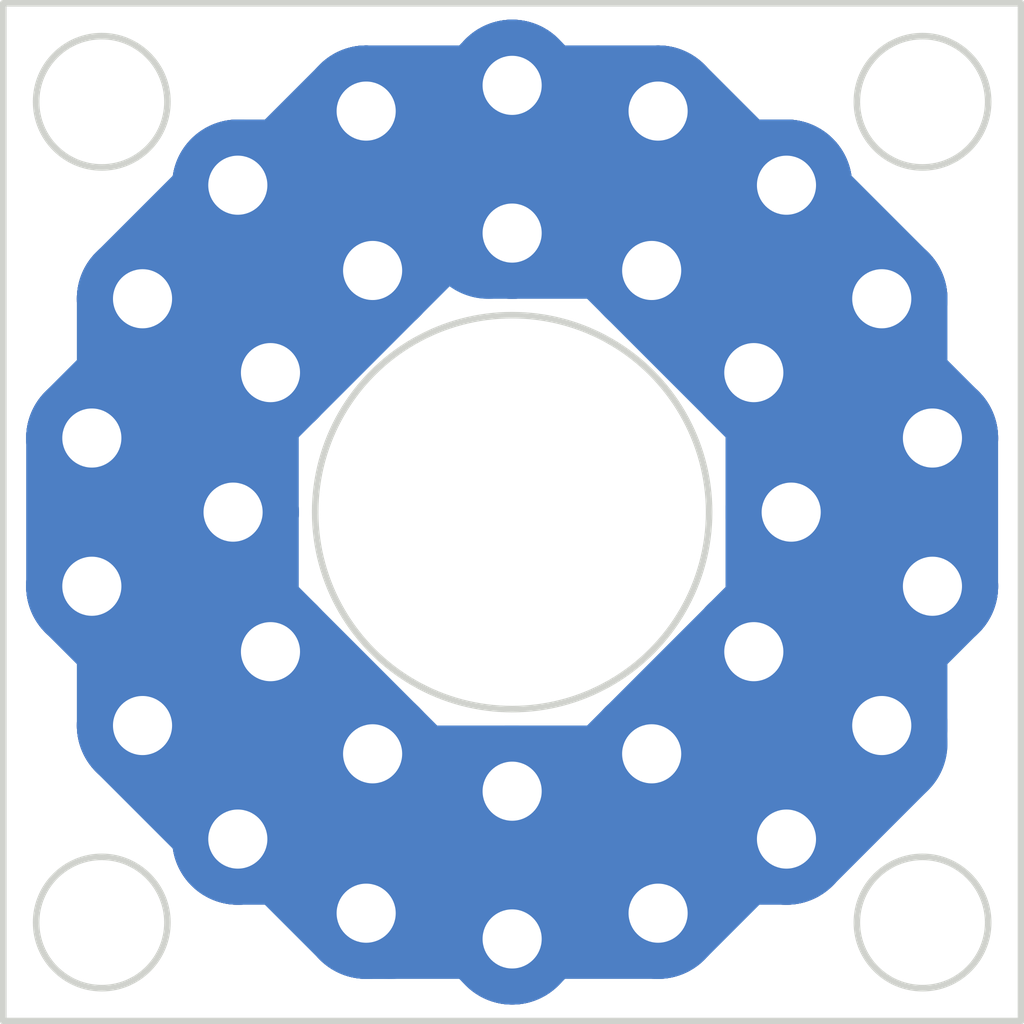
<source format=kicad_pcb>
(kicad_pcb (version 20211014) (generator pcbnew)
  (layers (0 "F.Cu" signal) (31 "B.Cu" signal) (34 "B.Paste" user) (35 "F.Paste" user) (36 "B.SilkS" user "B.Silkscreen") (37 "F.SilkS" user "F.Silkscreen") (38 "B.Mask" user) (39 "F.Mask" user) (44 "Edge.Cuts" user))
  (net 0 "")
  (net 1 "Net-(J1-Pad1)")
  (footprint "1024_dry_electrodes:CPA_18" (layer "F.Cu") (at 0 0)
    (fp_text reference "J2" hide)
    (fp_text value "Conn_01x18" hide)
    (pad "1" thru_hole oval (at 0 -6.5) (size 2 2) (drill 0.9) (layers *.Cu *.Mask) (net 1 "Net-(J1-Pad1)"))
    (pad "2" thru_hole oval (at 2.22313 -6.108002) (size 2 2) (drill 0.9) (layers *.Cu *.Mask) (net 1 "Net-(J1-Pad1)"))
    (pad "3" thru_hole oval (at 4.178119 -4.979288) (size 2 2) (drill 0.9) (layers *.Cu *.Mask) (net 1 "Net-(J1-Pad1)"))
    (pad "4" thru_hole oval (at 5.629165 -3.25) (size 2 2) (drill 0.9) (layers *.Cu *.Mask) (net 1 "Net-(J1-Pad1)"))
    (pad "5" thru_hole oval (at 6.40125 -1.128713) (size 2 2) (drill 0.9) (layers *.Cu *.Mask) (net 1 "Net-(J1-Pad1)"))
    (pad "6" thru_hole oval (at 6.40125 1.128713) (size 2 2) (drill 0.9) (layers *.Cu *.Mask) (net 1 "Net-(J1-Pad1)"))
    (pad "7" thru_hole oval (at 5.629165 3.249999) (size 2 2) (drill 0.9) (layers *.Cu *.Mask) (net 1 "Net-(J1-Pad1)"))
    (pad "8" thru_hole oval (at 4.178119 4.979288) (size 2 2) (drill 0.9) (layers *.Cu *.Mask) (net 1 "Net-(J1-Pad1)"))
    (pad "9" thru_hole oval (at 2.22313 6.108002) (size 2 2) (drill 0.9) (layers *.Cu *.Mask) (net 1 "Net-(J1-Pad1)"))
    (pad "10" thru_hole oval (at 0 6.5) (size 2 2) (drill 0.9) (layers *.Cu *.Mask) (net 1 "Net-(J1-Pad1)"))
    (pad "11" thru_hole oval (at -2.22313 6.108002) (size 2 2) (drill 0.9) (layers *.Cu *.Mask) (net 1 "Net-(J1-Pad1)"))
    (pad "12" thru_hole oval (at -4.178119 4.979288) (size 2 2) (drill 0.9) (layers *.Cu *.Mask) (net 1 "Net-(J1-Pad1)"))
    (pad "13" thru_hole oval (at -5.629165 3.25) (size 2 2) (drill 0.9) (layers *.Cu *.Mask) (net 1 "Net-(J1-Pad1)"))
    (pad "14" thru_hole oval (at -6.40125 1.128713) (size 2 2) (drill 0.9) (layers *.Cu *.Mask) (net 1 "Net-(J1-Pad1)"))
    (pad "15" thru_hole oval (at -6.40125 -1.128713) (size 2 2) (drill 0.9) (layers *.Cu *.Mask) (net 1 "Net-(J1-Pad1)"))
    (pad "16" thru_hole oval (at -5.629165 -3.25) (size 2 2) (drill 0.9) (layers *.Cu *.Mask) (net 1 "Net-(J1-Pad1)"))
    (pad "17" thru_hole oval (at -4.178119 -4.979288) (size 2 2) (drill 0.9) (layers *.Cu *.Mask) (net 1 "Net-(J1-Pad1)"))
    (pad "18" thru_hole oval (at -2.22313 -6.108002) (size 2 2) (drill 0.9) (layers *.Cu *.Mask) (net 1 "Net-(J1-Pad1)"))
  )
  (footprint "1024_dry_electrodes:CPA_12" (layer "F.Cu") (at 0 0)
    (fp_text reference "J1" hide)
    (fp_text value "Conn_01x12" hide)
    (pad "1" thru_hole oval (at 0 -4.25) (size 2 2) (drill 0.9) (layers *.Cu *.Mask) (net 1 "Net-(J1-Pad1)"))
    (pad "2" thru_hole oval (at 2.124999 -3.680607) (size 2 2) (drill 0.9) (layers *.Cu *.Mask) (net 1 "Net-(J1-Pad1)"))
    (pad "3" thru_hole oval (at 3.680607 -2.125) (size 2 2) (drill 0.9) (layers *.Cu *.Mask) (net 1 "Net-(J1-Pad1)"))
    (pad "4" thru_hole oval (at 4.25 0) (size 2 2) (drill 0.9) (layers *.Cu *.Mask) (net 1 "Net-(J1-Pad1)"))
    (pad "5" thru_hole oval (at 3.680607 2.124999) (size 2 2) (drill 0.9) (layers *.Cu *.Mask) (net 1 "Net-(J1-Pad1)"))
    (pad "6" thru_hole oval (at 2.124999 3.680607) (size 2 2) (drill 0.9) (layers *.Cu *.Mask) (net 1 "Net-(J1-Pad1)"))
    (pad "7" thru_hole oval (at 0 4.25) (size 2 2) (drill 0.9) (layers *.Cu *.Mask) (net 1 "Net-(J1-Pad1)"))
    (pad "8" thru_hole oval (at -2.125 3.680607) (size 2 2) (drill 0.9) (layers *.Cu *.Mask) (net 1 "Net-(J1-Pad1)"))
    (pad "9" thru_hole oval (at -3.680607 2.125) (size 2 2) (drill 0.9) (layers *.Cu *.Mask) (net 1 "Net-(J1-Pad1)"))
    (pad "10" thru_hole oval (at -4.25 0) (size 2 2) (drill 0.9) (layers *.Cu *.Mask) (net 1 "Net-(J1-Pad1)"))
    (pad "11" thru_hole oval (at -3.680607 -2.125) (size 2 2) (drill 0.9) (layers *.Cu *.Mask) (net 1 "Net-(J1-Pad1)"))
    (pad "12" thru_hole oval (at -2.125 -3.680607) (size 2 2) (drill 0.9) (layers *.Cu *.Mask) (net 1 "Net-(J1-Pad1)"))
  )
  (gr_circle (center -6.25 -6.25) (end -5.25 -6.25) (layer "Edge.Cuts") (width 0.1) (fill none))
  (gr_circle (center 6.25 6.25) (end 7.25 6.25) (layer "Edge.Cuts") (width 0.1) (fill none))
  (gr_circle (center 6.25 -6.25) (end 7.25 -6.25) (layer "Edge.Cuts") (width 0.1) (fill none))
  (gr_rect (start 7.75 7.75) (end -7.75 -7.75) (layer "Edge.Cuts") (width 0.1) (fill none))
  (gr_circle (center 0 0) (end 3 0) (layer "Edge.Cuts") (width 0.1) (fill none))
  (gr_circle (center -6.25 6.25) (end -5.25 6.25) (layer "Edge.Cuts") (width 0.1) (fill none))
  (segment (start 0 6.5) (end 0 4.25) (width 2) (layer "B.Cu") (net 1))
  (segment (start -2.125 6.009872) (end -2.22313 6.108002) (width 2) (layer "B.Cu") (net 1))
  (segment (start -4.178119 4.979288) (end -4.178119 4.701046) (width 2) (layer "B.Cu") (net 1))
  (segment (start -3.680607 2.125) (end -3.680607 4.481776) (width 2) (layer "B.Cu") (net 1))
  (segment (start -4.25 0) (end -5.272537 0) (width 2) (layer "B.Cu") (net 1))
  (segment (start 4.25 0) (end 5.272537 0) (width 2) (layer "B.Cu") (net 1))
  (segment (start 6.40125 -1.128713) (end 4.676894 -1.128713) (width 2) (layer "B.Cu") (net 1))
  (segment (start 4.178119 -2.622512) (end 3.680607 -2.125) (width 2) (layer "B.Cu") (net 1))
  (segment (start -4.805607 -3.25) (end -3.680607 -2.125) (width 2) (layer "B.Cu") (net 1))
  (segment (start -6.40125 1.128713) (end -4.676894 1.128713) (width 2) (layer "B.Cu") (net 1))
  (segment (start -3.680607 2.125) (end -4.504165 2.125) (width 2) (layer "B.Cu") (net 1))
  (segment (start -1.555607 4.25) (end -2.125 3.680607) (width 2) (layer "B.Cu") (net 1))
  (segment (start -2.22313 6.108002) (end -3.351844 4.979288) (width 2) (layer "B.Cu") (net 1))
  (segment (start -5.629165 3.25) (end -5.629165 1.900798) (width 2) (layer "B.Cu") (net 1))
  (segment (start 2.22313 6.108002) (end 0.391998 6.108002) (width 2) (layer "B.Cu") (net 1))
  (segment (start 6.40125 1.128713) (end 4.676893 1.128713) (width 2) (layer "B.Cu") (net 1))
  (segment (start 4.25 -1.555607) (end 4.25 0) (width 2) (layer "B.Cu") (net 1))
  (segment (start -3.351844 4.979288) (end -3.423681 4.979288) (width 2) (layer "B.Cu") (net 1))
  (segment (start 4.25 1.555606) (end 3.680607 2.124999) (width 2) (layer "B.Cu") (net 1))
  (segment (start 2.22313 3.778738) (end 2.124999 3.680607) (width 2) (layer "B.Cu") (net 1))
  (segment (start 0.391998 -6.108002) (end 0 -6.5) (width 2) (layer "B.Cu") (net 1))
  (segment (start 0 4.25) (end -1.555607 4.25) (width 2) (layer "B.Cu") (net 1))
  (segment (start 3.680607 2.124999) (end 2.124999 3.680607) (width 2) (layer "B.Cu") (net 1))
  (segment (start -0.391998 -6.108002) (end 0 -6.5) (width 2) (layer "B.Cu") (net 1))
  (segment (start -6.40125 -1.128713) (end -5.378713 -1.128713) (width 2) (layer "B.Cu") (net 1))
  (segment (start 5.629165 3.528242) (end 4.178119 4.979288) (width 2) (layer "B.Cu") (net 1))
  (segment (start 4.178119 -4.979288) (end 3.42368 -4.979288) (width 2) (layer "B.Cu") (net 1))
  (segment (start -2.22313 -3.778737) (end -2.125 -3.680607) (width 2) (layer "B.Cu") (net 1))
  (segment (start -4.25 1.555607) (end -3.680607 2.125) (width 2) (layer "B.Cu") (net 1))
  (segment (start -2.22313 -6.108002) (end -0.391998 -6.108002) (width 2) (layer "B.Cu") (net 1))
  (segment (start 5.629165 -1.900798) (end 6.40125 -1.128713) (width 2) (layer "B.Cu") (net 1))
  (segment (start -5.272537 0) (end -6.40125 1.128713) (width 2) (layer "B.Cu") (net 1))
  (segment (start -2.879438 -3.680607) (end -4.178119 -4.979288) (width 2) (layer "B.Cu") (net 1))
  (segment (start 5.629165 -3.25) (end 5.629165 -1.900798) (width 2) (layer "B.Cu") (net 1))
  (segment (start -3.423681 4.979288) (end -2.125 3.680607) (width 2) (layer "B.Cu") (net 1))
  (segment (start 4.178119 -4.701046) (end 5.629165 -3.25) (width 2) (layer "B.Cu") (net 1))
  (segment (start 0 -4.25) (end -0.365128 -4.25) (width 2) (layer "B.Cu") (net 1))
  (segment (start -5.404963 -2.125) (end -6.40125 -1.128713) (width 2) (layer "B.Cu") (net 1))
  (segment (start 4.178119 4.979288) (end 4.178119 2.622511) (width 2) (layer "B.Cu") (net 1))
  (segment (start 0 -6.5) (end 0 -4.25) (width 2) (layer "B.Cu") (net 1))
  (segment (start 5.272537 0) (end 6.40125 1.128713) (width 2) (layer "B.Cu") (net 1))
  (segment (start 1.555606 4.25) (end 2.124999 3.680607) (width 2) (layer "B.Cu") (net 1))
  (segment (start 0 4.25) (end 1.555606 4.25) (width 2) (layer "B.Cu") (net 1))
  (segment (start -5.629165 -3.25) (end -4.805607 -3.25) (width 2) (layer "B.Cu") (net 1))
  (segment (start -2.22313 -6.108002) (end -2.22313 -3.778737) (width 2) (layer "B.Cu") (net 1))
  (segment (start -6.40125 -1.128713) (end -5.629165 -1.900798) (width 2) (layer "B.Cu") (net 1))
  (segment (start 6.40125 1.128713) (end 5.629165 1.900798) (width 2) (layer "B.Cu") (net 1))
  (segment (start 0 -4.25) (end 1.555606 -4.25) (width 2) (layer "B.Cu") (net 1))
  (segment (start 3.351844 -4.979288) (end 4.178119 -4.979288) (width 2) (layer "B.Cu") (net 1))
  (segment (start -5.629165 -1.900798) (end -5.629165 -3.25) (width 2) (layer "B.Cu") (net 1))
  (segment (start 2.22313 -6.108002) (end 2.22313 -3.778738) (width 2) (layer "B.Cu") (net 1))
  (segment (start 0.391998 6.108002) (end 0 6.5) (width 2) (layer "B.Cu") (net 1))
  (segment (start -4.25 0) (end -4.25 -1.555607) (width 2) (layer "B.Cu") (net 1))
  (segment (start -3.680607 -2.125) (end -5.404963 -2.125) (width 2) (layer "B.Cu") (net 1))
  (segment (start -3.351844 -4.979288) (end -2.22313 -6.108002) (width 2) (layer "B.Cu") (net 1))
  (segment (start 4.178119 -4.979288) (end 4.178119 -4.701046) (width 2) (layer "B.Cu") (net 1))
  (segment (start -0.365128 -4.25) (end -2.22313 -6.108002) (width 2) (layer "B.Cu") (net 1))
  (segment (start 0 -5.805607) (end -2.125 -3.680607) (width 2) (layer "B.Cu") (net 1))
  (segment (start 4.178119 4.979288) (end 3.351844 4.979288) (width 2) (layer "B.Cu") (net 1))
  (segment (start 0 -6.5) (end 0 -5.805607) (width 2) (layer "B.Cu") (net 1))
  (segment (start 2.22313 -6.108002) (end 0.391998 -6.108002) (width 2) (layer "B.Cu") (net 1))
  (segment (start 3.680607 2.124999) (end 4.504165 2.124999) (width 2) (layer "B.Cu") (net 1))
  (segment (start 5.629165 3.249999) (end 5.629165 3.528242) (width 2) (layer "B.Cu") (net 1))
  (segment (start -1.858002 6.108002) (end 0 4.25) (width 2) (layer "B.Cu") (net 1))
  (segment (start -4.25 -1.555607) (end -3.680607 -2.125) (width 2) (layer "B.Cu") (net 1))
  (segment (start -6.40125 1.128713) (end -6.40125 -1.128713) (width 2) (layer "B.Cu") (net 1))
  (segment (start -4.178119 -4.701046) (end -5.629165 -3.25) (width 2) (layer "B.Cu") (net 1))
  (segment (start 3.680607 -2.125) (end 4.504165 -2.125) (width 2) (layer "B.Cu") (net 1))
  (segment (start 6.40125 -1.128713) (end 6.40125 1.128713) (width 2) (layer "B.Cu") (net 1))
  (segment (start 2.124999 -3.680607) (end 3.680607 -2.125) (width 2) (layer "B.Cu") (net 1))
  (segment (start 3.680607 -2.125) (end 4.25 -1.555607) (width 2) (layer "B.Cu") (net 1))
  (segment (start 4.178119 -4.979288) (end 4.178119 -2.622512) (width 2) (layer "B.Cu") (net 1))
  (segment (start -2.22313 6.108002) (end -1.858002 6.108002) (width 2) (layer "B.Cu") (net 1))
  (segment (start -2.125 3.680607) (end -3.680607 2.125) (width 2) (layer "B.Cu") (net 1))
  (segment (start 3.351844 4.979288) (end 2.22313 6.108002) (width 2) (layer "B.Cu") (net 1))
  (segment (start -2.22313 6.108002) (end -0.391998 6.108002) (width 2) (layer "B.Cu") (net 1))
  (segment (start 4.178119 2.622511) (end 3.680607 2.124999) (width 2) (layer "B.Cu") (net 1))
  (segment (start -4.178119 -4.979288) (end -4.178119 -4.701046) (width 2) (layer "B.Cu") (net 1))
  (segment (start -3.680607 -2.125) (end -2.125 -3.680607) (width 2) (layer "B.Cu") (net 1))
  (segment (start -5.378713 -1.128713) (end -4.25 0) (width 2) (layer "B.Cu") (net 1))
  (segment (start -5.629165 1.900798) (end -6.40125 1.128713) (width 2) (layer "B.Cu") (net 1))
  (segment (start -2.125 3.680607) (end -2.125 6.009872) (width 2) (layer "B.Cu") (net 1))
  (segment (start 5.629165 1.900798) (end 5.629165 3.249999) (width 2) (layer "B.Cu") (net 1))
  (segment (start -4.25 0) (end -4.25 1.555607) (width 2) (layer "B.Cu") (net 1))
  (segment (start 2.22313 -6.108002) (end 3.351844 -4.979288) (width 2) (layer "B.Cu") (net 1))
  (segment (start 1.555606 -4.25) (end 2.124999 -3.680607) (width 2) (layer "B.Cu") (net 1))
  (segment (start 4.676893 1.128713) (end 3.680607 2.124999) (width 2) (layer "B.Cu") (net 1))
  (segment (start 3.42368 -4.979288) (end 2.124999 -3.680607) (width 2) (layer "B.Cu") (net 1))
  (segment (start 4.504165 -2.125) (end 5.629165 -3.25) (width 2) (layer "B.Cu") (net 1))
  (segment (start 4.504165 2.124999) (end 5.629165 3.249999) (width 2) (layer "B.Cu") (net 1))
  (segment (start 2.22313 6.108002) (end 2.22313 3.778738) (width 2) (layer "B.Cu") (net 1))
  (segment (start -4.504165 2.125) (end -5.629165 3.25) (width 2) (layer "B.Cu") (net 1))
  (segment (start 4.25 0) (end 4.25 1.555606) (width 2) (layer "B.Cu") (net 1))
  (segment (start -4.178119 -4.979288) (end -3.351844 -4.979288) (width 2) (layer "B.Cu") (net 1))
  (segment (start -0.391998 6.108002) (end 0 6.5) (width 2) (layer "B.Cu") (net 1))
  (segment (start 2.22313 -3.778738) (end 2.124999 -3.680607) (width 2) (layer "B.Cu") (net 1))
  (segment (start -4.178119 4.979288) (end -3.423681 4.979288) (width 2) (layer "B.Cu") (net 1))
  (segment (start -2.125 -3.680607) (end -2.879438 -3.680607) (width 2) (layer "B.Cu") (net 1))
  (segment (start -4.178119 4.701046) (end -5.629165 3.25) (width 2) (layer "B.Cu") (net 1))
  (segment (start -4.676894 1.128713) (end -3.680607 2.125) (width 2) (layer "B.Cu") (net 1))
  (segment (start -3.680607 4.481776) (end -4.178119 4.979288) (width 2) (layer "B.Cu") (net 1))
  (segment (start 4.676894 -1.128713) (end 3.680607 -2.125) (width 2) (layer "B.Cu") (net 1))
)
</source>
